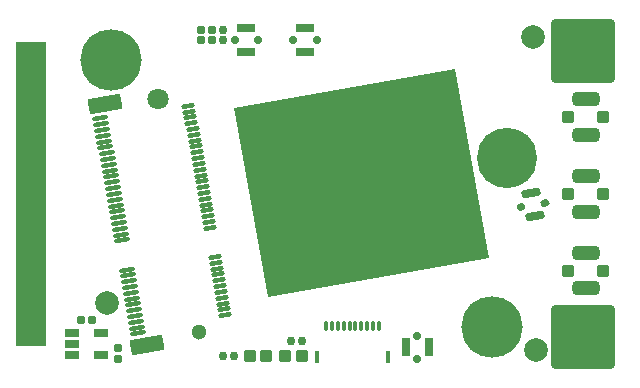
<source format=gts>
G04*
G04 #@! TF.GenerationSoftware,Altium Limited,Altium Designer,20.1.12 (249)*
G04*
G04 Layer_Color=8388736*
%FSLAX44Y44*%
%MOMM*%
G71*
G04*
G04 #@! TF.SameCoordinates,ADC5D222-85A9-45F4-B70E-F1EBAED22DC9*
G04*
G04*
G04 #@! TF.FilePolarity,Negative*
G04*
G01*
G75*
%ADD32R,2.6500X25.8000*%
G04:AMPARAMS|DCode=33|XSize=1.05mm|YSize=1.1mm|CornerRadius=0.2875mm|HoleSize=0mm|Usage=FLASHONLY|Rotation=0.000|XOffset=0mm|YOffset=0mm|HoleType=Round|Shape=RoundedRectangle|*
%AMROUNDEDRECTD33*
21,1,1.0500,0.5250,0,0,0.0*
21,1,0.4750,1.1000,0,0,0.0*
1,1,0.5750,0.2375,-0.2625*
1,1,0.5750,-0.2375,-0.2625*
1,1,0.5750,-0.2375,0.2625*
1,1,0.5750,0.2375,0.2625*
%
%ADD33ROUNDEDRECTD33*%
G04:AMPARAMS|DCode=34|XSize=0.65mm|YSize=0.6mm|CornerRadius=0.175mm|HoleSize=0mm|Usage=FLASHONLY|Rotation=190.000|XOffset=0mm|YOffset=0mm|HoleType=Round|Shape=RoundedRectangle|*
%AMROUNDEDRECTD34*
21,1,0.6500,0.2500,0,0,190.0*
21,1,0.3000,0.6000,0,0,190.0*
1,1,0.3500,-0.1694,0.0971*
1,1,0.3500,0.1260,0.1492*
1,1,0.3500,0.1694,-0.0971*
1,1,0.3500,-0.1260,-0.1492*
%
%ADD34ROUNDEDRECTD34*%
G04:AMPARAMS|DCode=35|XSize=1.6mm|YSize=0.7mm|CornerRadius=0.2mm|HoleSize=0mm|Usage=FLASHONLY|Rotation=10.000|XOffset=0mm|YOffset=0mm|HoleType=Round|Shape=RoundedRectangle|*
%AMROUNDEDRECTD35*
21,1,1.6000,0.3000,0,0,10.0*
21,1,1.2000,0.7000,0,0,10.0*
1,1,0.4000,0.6169,-0.0435*
1,1,0.4000,-0.5648,-0.2519*
1,1,0.4000,-0.6169,0.0435*
1,1,0.4000,0.5648,0.2519*
%
%ADD35ROUNDEDRECTD35*%
G04:AMPARAMS|DCode=36|XSize=0.75mm|YSize=0.6mm|CornerRadius=0.175mm|HoleSize=0mm|Usage=FLASHONLY|Rotation=190.000|XOffset=0mm|YOffset=0mm|HoleType=Round|Shape=RoundedRectangle|*
%AMROUNDEDRECTD36*
21,1,0.7500,0.2500,0,0,190.0*
21,1,0.4000,0.6000,0,0,190.0*
1,1,0.3500,-0.2187,0.0884*
1,1,0.3500,0.1753,0.1578*
1,1,0.3500,0.2187,-0.0884*
1,1,0.3500,-0.1753,-0.1578*
%
%ADD36ROUNDEDRECTD36*%
G04:AMPARAMS|DCode=37|XSize=0.65mm|YSize=0.6mm|CornerRadius=0.175mm|HoleSize=0mm|Usage=FLASHONLY|Rotation=0.000|XOffset=0mm|YOffset=0mm|HoleType=Round|Shape=RoundedRectangle|*
%AMROUNDEDRECTD37*
21,1,0.6500,0.2500,0,0,0.0*
21,1,0.3000,0.6000,0,0,0.0*
1,1,0.3500,0.1500,-0.1250*
1,1,0.3500,-0.1500,-0.1250*
1,1,0.3500,-0.1500,0.1250*
1,1,0.3500,0.1500,0.1250*
%
%ADD37ROUNDEDRECTD37*%
G04:AMPARAMS|DCode=38|XSize=1.6mm|YSize=0.7mm|CornerRadius=0.2mm|HoleSize=0mm|Usage=FLASHONLY|Rotation=180.000|XOffset=0mm|YOffset=0mm|HoleType=Round|Shape=RoundedRectangle|*
%AMROUNDEDRECTD38*
21,1,1.6000,0.3000,0,0,180.0*
21,1,1.2000,0.7000,0,0,180.0*
1,1,0.4000,-0.6000,0.1500*
1,1,0.4000,0.6000,0.1500*
1,1,0.4000,0.6000,-0.1500*
1,1,0.4000,-0.6000,-0.1500*
%
%ADD38ROUNDEDRECTD38*%
G04:AMPARAMS|DCode=39|XSize=0.75mm|YSize=0.6mm|CornerRadius=0.175mm|HoleSize=0mm|Usage=FLASHONLY|Rotation=0.000|XOffset=0mm|YOffset=0mm|HoleType=Round|Shape=RoundedRectangle|*
%AMROUNDEDRECTD39*
21,1,0.7500,0.2500,0,0,0.0*
21,1,0.4000,0.6000,0,0,0.0*
1,1,0.3500,0.2000,-0.1250*
1,1,0.3500,-0.2000,-0.1250*
1,1,0.3500,-0.2000,0.1250*
1,1,0.3500,0.2000,0.1250*
%
%ADD39ROUNDEDRECTD39*%
G04:AMPARAMS|DCode=40|XSize=0.65mm|YSize=0.6mm|CornerRadius=0.175mm|HoleSize=0mm|Usage=FLASHONLY|Rotation=270.000|XOffset=0mm|YOffset=0mm|HoleType=Round|Shape=RoundedRectangle|*
%AMROUNDEDRECTD40*
21,1,0.6500,0.2500,0,0,270.0*
21,1,0.3000,0.6000,0,0,270.0*
1,1,0.3500,-0.1250,-0.1500*
1,1,0.3500,-0.1250,0.1500*
1,1,0.3500,0.1250,0.1500*
1,1,0.3500,0.1250,-0.1500*
%
%ADD40ROUNDEDRECTD40*%
G04:AMPARAMS|DCode=41|XSize=1.6mm|YSize=0.7mm|CornerRadius=0.2mm|HoleSize=0mm|Usage=FLASHONLY|Rotation=90.000|XOffset=0mm|YOffset=0mm|HoleType=Round|Shape=RoundedRectangle|*
%AMROUNDEDRECTD41*
21,1,1.6000,0.3000,0,0,90.0*
21,1,1.2000,0.7000,0,0,90.0*
1,1,0.4000,0.1500,0.6000*
1,1,0.4000,0.1500,-0.6000*
1,1,0.4000,-0.1500,-0.6000*
1,1,0.4000,-0.1500,0.6000*
%
%ADD41ROUNDEDRECTD41*%
G04:AMPARAMS|DCode=42|XSize=0.75mm|YSize=0.6mm|CornerRadius=0.175mm|HoleSize=0mm|Usage=FLASHONLY|Rotation=270.000|XOffset=0mm|YOffset=0mm|HoleType=Round|Shape=RoundedRectangle|*
%AMROUNDEDRECTD42*
21,1,0.7500,0.2500,0,0,270.0*
21,1,0.4000,0.6000,0,0,270.0*
1,1,0.3500,-0.1250,-0.2000*
1,1,0.3500,-0.1250,0.2000*
1,1,0.3500,0.1250,0.2000*
1,1,0.3500,0.1250,-0.2000*
%
%ADD42ROUNDEDRECTD42*%
%ADD43C,2.0000*%
G04:AMPARAMS|DCode=44|XSize=1.25mm|YSize=0.7mm|CornerRadius=0.2mm|HoleSize=0mm|Usage=FLASHONLY|Rotation=0.000|XOffset=0mm|YOffset=0mm|HoleType=Round|Shape=RoundedRectangle|*
%AMROUNDEDRECTD44*
21,1,1.2500,0.3000,0,0,0.0*
21,1,0.8500,0.7000,0,0,0.0*
1,1,0.4000,0.4250,-0.1500*
1,1,0.4000,-0.4250,-0.1500*
1,1,0.4000,-0.4250,0.1500*
1,1,0.4000,0.4250,0.1500*
%
%ADD44ROUNDEDRECTD44*%
G04:AMPARAMS|DCode=45|XSize=1.2mm|YSize=2.3mm|CornerRadius=0.325mm|HoleSize=0mm|Usage=FLASHONLY|Rotation=270.000|XOffset=0mm|YOffset=0mm|HoleType=Round|Shape=RoundedRectangle|*
%AMROUNDEDRECTD45*
21,1,1.2000,1.6500,0,0,270.0*
21,1,0.5500,2.3000,0,0,270.0*
1,1,0.6500,-0.8250,-0.2750*
1,1,0.6500,-0.8250,0.2750*
1,1,0.6500,0.8250,0.2750*
1,1,0.6500,0.8250,-0.2750*
%
%ADD45ROUNDEDRECTD45*%
G04:AMPARAMS|DCode=46|XSize=1.1mm|YSize=1.1mm|CornerRadius=0.3mm|HoleSize=0mm|Usage=FLASHONLY|Rotation=270.000|XOffset=0mm|YOffset=0mm|HoleType=Round|Shape=RoundedRectangle|*
%AMROUNDEDRECTD46*
21,1,1.1000,0.5000,0,0,270.0*
21,1,0.5000,1.1000,0,0,270.0*
1,1,0.6000,-0.2500,-0.2500*
1,1,0.6000,-0.2500,0.2500*
1,1,0.6000,0.2500,0.2500*
1,1,0.6000,0.2500,-0.2500*
%
%ADD46ROUNDEDRECTD46*%
G04:AMPARAMS|DCode=47|XSize=0.4mm|YSize=1.1mm|CornerRadius=0.125mm|HoleSize=0mm|Usage=FLASHONLY|Rotation=0.000|XOffset=0mm|YOffset=0mm|HoleType=Round|Shape=RoundedRectangle|*
%AMROUNDEDRECTD47*
21,1,0.4000,0.8500,0,0,0.0*
21,1,0.1500,1.1000,0,0,0.0*
1,1,0.2500,0.0750,-0.4250*
1,1,0.2500,-0.0750,-0.4250*
1,1,0.2500,-0.0750,0.4250*
1,1,0.2500,0.0750,0.4250*
%
%ADD47ROUNDEDRECTD47*%
G04:AMPARAMS|DCode=48|XSize=0.4mm|YSize=0.8mm|CornerRadius=0.125mm|HoleSize=0mm|Usage=FLASHONLY|Rotation=0.000|XOffset=0mm|YOffset=0mm|HoleType=Round|Shape=RoundedRectangle|*
%AMROUNDEDRECTD48*
21,1,0.4000,0.5500,0,0,0.0*
21,1,0.1500,0.8000,0,0,0.0*
1,1,0.2500,0.0750,-0.2750*
1,1,0.2500,-0.0750,-0.2750*
1,1,0.2500,-0.0750,0.2750*
1,1,0.2500,0.0750,0.2750*
%
%ADD48ROUNDEDRECTD48*%
G04:AMPARAMS|DCode=49|XSize=1.3mm|YSize=2.8mm|CornerRadius=0.2mm|HoleSize=0mm|Usage=FLASHONLY|Rotation=100.000|XOffset=0mm|YOffset=0mm|HoleType=Round|Shape=RoundedRectangle|*
%AMROUNDEDRECTD49*
21,1,1.3000,2.4000,0,0,100.0*
21,1,0.9000,2.8000,0,0,100.0*
1,1,0.4000,1.1036,0.6515*
1,1,0.4000,1.2599,-0.2348*
1,1,0.4000,-1.1036,-0.6515*
1,1,0.4000,-1.2599,0.2348*
%
%ADD49ROUNDEDRECTD49*%
G04:AMPARAMS|DCode=50|XSize=0.4mm|YSize=1.35mm|CornerRadius=0.125mm|HoleSize=0mm|Usage=FLASHONLY|Rotation=100.000|XOffset=0mm|YOffset=0mm|HoleType=Round|Shape=RoundedRectangle|*
%AMROUNDEDRECTD50*
21,1,0.4000,1.1000,0,0,100.0*
21,1,0.1500,1.3500,0,0,100.0*
1,1,0.2500,0.5286,0.1694*
1,1,0.2500,0.5547,0.0217*
1,1,0.2500,-0.5286,-0.1694*
1,1,0.2500,-0.5547,-0.0217*
%
%ADD50ROUNDEDRECTD50*%
G04:AMPARAMS|DCode=51|XSize=0.4mm|YSize=1.1mm|CornerRadius=0.125mm|HoleSize=0mm|Usage=FLASHONLY|Rotation=100.000|XOffset=0mm|YOffset=0mm|HoleType=Round|Shape=RoundedRectangle|*
%AMROUNDEDRECTD51*
21,1,0.4000,0.8500,0,0,100.0*
21,1,0.1500,1.1000,0,0,100.0*
1,1,0.2500,0.4055,0.1477*
1,1,0.2500,0.4316,-0.0001*
1,1,0.2500,-0.4055,-0.1477*
1,1,0.2500,-0.4316,0.0001*
%
%ADD51ROUNDEDRECTD51*%
G04:AMPARAMS|DCode=52|XSize=0.65mm|YSize=0.65mm|CornerRadius=0.1875mm|HoleSize=0mm|Usage=FLASHONLY|Rotation=0.000|XOffset=0mm|YOffset=0mm|HoleType=Round|Shape=RoundedRectangle|*
%AMROUNDEDRECTD52*
21,1,0.6500,0.2750,0,0,0.0*
21,1,0.2750,0.6500,0,0,0.0*
1,1,0.3750,0.1375,-0.1375*
1,1,0.3750,-0.1375,-0.1375*
1,1,0.3750,-0.1375,0.1375*
1,1,0.3750,0.1375,0.1375*
%
%ADD52ROUNDEDRECTD52*%
G04:AMPARAMS|DCode=53|XSize=0.7mm|YSize=0.7mm|CornerRadius=0.2mm|HoleSize=0mm|Usage=FLASHONLY|Rotation=180.000|XOffset=0mm|YOffset=0mm|HoleType=Round|Shape=RoundedRectangle|*
%AMROUNDEDRECTD53*
21,1,0.7000,0.3000,0,0,180.0*
21,1,0.3000,0.7000,0,0,180.0*
1,1,0.4000,-0.1500,0.1500*
1,1,0.4000,0.1500,0.1500*
1,1,0.4000,0.1500,-0.1500*
1,1,0.4000,-0.1500,-0.1500*
%
%ADD53ROUNDEDRECTD53*%
G04:AMPARAMS|DCode=54|XSize=0.65mm|YSize=0.65mm|CornerRadius=0.1875mm|HoleSize=0mm|Usage=FLASHONLY|Rotation=270.000|XOffset=0mm|YOffset=0mm|HoleType=Round|Shape=RoundedRectangle|*
%AMROUNDEDRECTD54*
21,1,0.6500,0.2750,0,0,270.0*
21,1,0.2750,0.6500,0,0,270.0*
1,1,0.3750,-0.1375,-0.1375*
1,1,0.3750,-0.1375,0.1375*
1,1,0.3750,0.1375,0.1375*
1,1,0.3750,0.1375,-0.1375*
%
%ADD54ROUNDEDRECTD54*%
G04:AMPARAMS|DCode=55|XSize=0.7mm|YSize=0.7mm|CornerRadius=0.2mm|HoleSize=0mm|Usage=FLASHONLY|Rotation=270.000|XOffset=0mm|YOffset=0mm|HoleType=Round|Shape=RoundedRectangle|*
%AMROUNDEDRECTD55*
21,1,0.7000,0.3000,0,0,270.0*
21,1,0.3000,0.7000,0,0,270.0*
1,1,0.4000,-0.1500,-0.1500*
1,1,0.4000,-0.1500,0.1500*
1,1,0.4000,0.1500,0.1500*
1,1,0.4000,0.1500,-0.1500*
%
%ADD55ROUNDEDRECTD55*%
%ADD56C,5.2000*%
%ADD57C,5.1000*%
G04:AMPARAMS|DCode=58|XSize=5.5mm|YSize=5.5mm|CornerRadius=0.4975mm|HoleSize=0mm|Usage=FLASHONLY|Rotation=0.000|XOffset=0mm|YOffset=0mm|HoleType=Round|Shape=RoundedRectangle|*
%AMROUNDEDRECTD58*
21,1,5.5000,4.5050,0,0,0.0*
21,1,4.5050,5.5000,0,0,0.0*
1,1,0.9950,2.2525,-2.2525*
1,1,0.9950,-2.2525,-2.2525*
1,1,0.9950,-2.2525,2.2525*
1,1,0.9950,2.2525,2.2525*
%
%ADD58ROUNDEDRECTD58*%
%ADD59C,1.3000*%
%ADD60C,1.8000*%
G36*
X213102Y62527D02*
X184898Y222485D01*
X372164Y255505D01*
X400369Y95548D01*
X213102Y62527D01*
D02*
G37*
D32*
X12750Y150000D02*
D03*
D33*
X212100Y12500D02*
D03*
X197900D02*
D03*
X227900D02*
D03*
X242100D02*
D03*
D34*
X428109Y139156D02*
D03*
D35*
X436467Y150784D02*
D03*
X439940Y131088D02*
D03*
D36*
X447805Y142629D02*
D03*
D37*
X205250Y280000D02*
D03*
X234750Y280000D02*
D03*
D38*
X195000Y270000D02*
D03*
Y290000D02*
D03*
X245000D02*
D03*
Y270000D02*
D03*
D39*
X185250Y280000D02*
D03*
X254750D02*
D03*
D40*
X340000Y9750D02*
D03*
D41*
X330000Y20000D02*
D03*
X350000D02*
D03*
D42*
X340000Y29750D02*
D03*
D43*
X77309Y57500D02*
D03*
X440000Y17500D02*
D03*
X437500Y282500D02*
D03*
D44*
X72250Y13250D02*
D03*
Y32250D02*
D03*
X47250D02*
D03*
Y13250D02*
D03*
Y22750D02*
D03*
D45*
X482500Y135000D02*
D03*
Y165000D02*
D03*
Y200000D02*
D03*
Y230000D02*
D03*
Y70000D02*
D03*
Y100000D02*
D03*
D46*
X467500Y150000D02*
D03*
X497500D02*
D03*
X467500Y215000D02*
D03*
X497500D02*
D03*
X467500Y85000D02*
D03*
X497500D02*
D03*
D47*
X254600Y11500D02*
D03*
X315400D02*
D03*
D48*
X297500Y38000D02*
D03*
X292500D02*
D03*
X287500D02*
D03*
X282500D02*
D03*
X277500D02*
D03*
X272500D02*
D03*
X267500D02*
D03*
X262500D02*
D03*
X302500D02*
D03*
X307500D02*
D03*
D49*
X75314Y225794D02*
D03*
X111259Y21938D02*
D03*
D50*
X72430Y209038D02*
D03*
X74166Y199190D02*
D03*
X75034Y194266D02*
D03*
X73298Y204114D02*
D03*
X71561Y213962D02*
D03*
X94136Y85937D02*
D03*
X88926Y115482D02*
D03*
X95004Y81013D02*
D03*
X89794Y110557D02*
D03*
X95872Y76089D02*
D03*
X96740Y71165D02*
D03*
X97609Y66241D02*
D03*
X79376Y169646D02*
D03*
X80244Y164722D02*
D03*
X81112Y159798D02*
D03*
X82849Y149950D02*
D03*
X81980Y154874D02*
D03*
X83717Y145026D02*
D03*
X88058Y120405D02*
D03*
X84585Y140102D02*
D03*
X87190Y125330D02*
D03*
X85453Y135177D02*
D03*
X86321Y130253D02*
D03*
X103686Y31773D02*
D03*
X102818Y36697D02*
D03*
X101950Y41621D02*
D03*
X101082Y46545D02*
D03*
X100213Y51469D02*
D03*
X98477Y61317D02*
D03*
X99345Y56393D02*
D03*
X77639Y179494D02*
D03*
X78507Y174570D02*
D03*
X76771Y184418D02*
D03*
X75903Y189342D02*
D03*
D51*
X163467Y126086D02*
D03*
X162599Y131011D02*
D03*
X149575Y204871D02*
D03*
X164335Y121162D02*
D03*
X161731Y135934D02*
D03*
X159994Y145783D02*
D03*
X156521Y165479D02*
D03*
X160862Y140859D02*
D03*
X159126Y150707D02*
D03*
X158258Y155631D02*
D03*
X157389Y160555D02*
D03*
X155653Y170403D02*
D03*
X146971Y219643D02*
D03*
X147839Y214719D02*
D03*
X153916Y180251D02*
D03*
X146102Y224567D02*
D03*
X148707Y209795D02*
D03*
X154785Y175327D02*
D03*
X153048Y185175D02*
D03*
X177359Y47302D02*
D03*
X173886Y66998D02*
D03*
X151312Y195023D02*
D03*
X171281Y81770D02*
D03*
X174754Y62074D02*
D03*
X176491Y52226D02*
D03*
X175622Y57150D02*
D03*
X173018Y71922D02*
D03*
X172150Y76846D02*
D03*
X168676Y96542D02*
D03*
X170413Y86694D02*
D03*
X169545Y91618D02*
D03*
X150443Y199947D02*
D03*
X152180Y190099D02*
D03*
D52*
X184500Y12500D02*
D03*
X175500D02*
D03*
X242000Y25000D02*
D03*
X233000D02*
D03*
D53*
X157000Y280000D02*
D03*
X166000D02*
D03*
X157000Y289000D02*
D03*
X166000D02*
D03*
X55250Y43000D02*
D03*
X64250D02*
D03*
D54*
X175000Y280000D02*
D03*
Y289000D02*
D03*
D55*
X86500Y10500D02*
D03*
Y19500D02*
D03*
D56*
X402815Y37046D02*
D03*
X80185Y262954D02*
D03*
D57*
X415811Y180736D02*
D03*
D58*
X480500Y271000D02*
D03*
Y29000D02*
D03*
D59*
X154968Y33199D02*
D03*
D60*
X120238Y230161D02*
D03*
M02*

</source>
